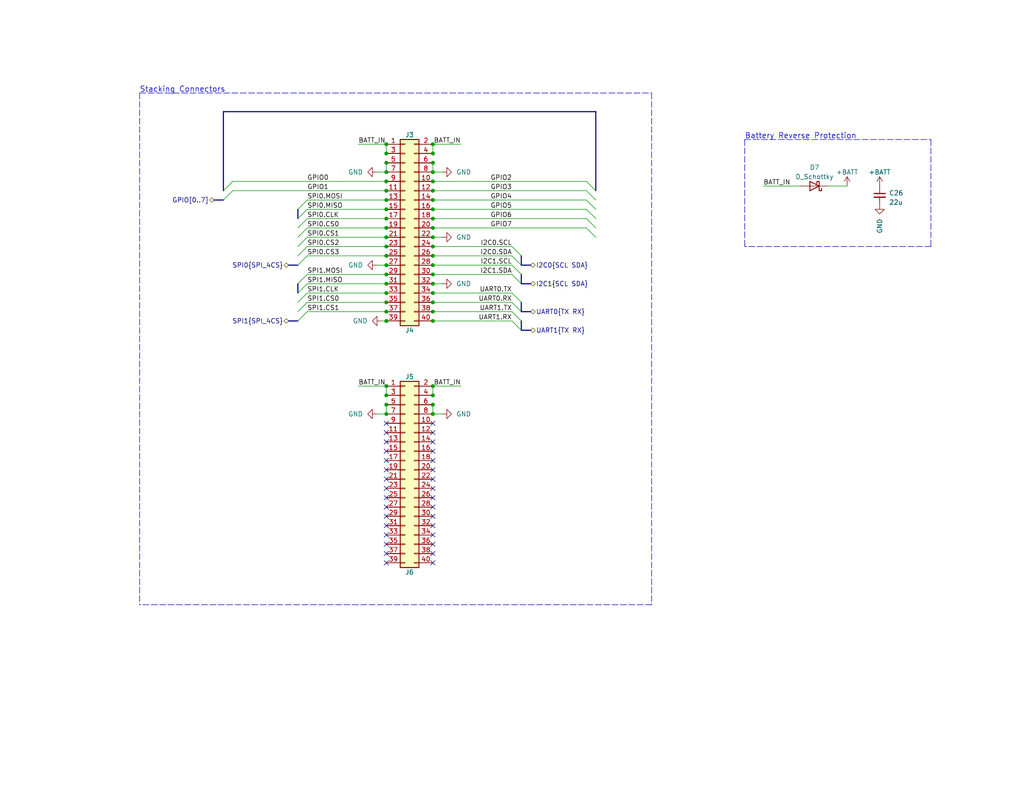
<source format=kicad_sch>
(kicad_sch (version 20210406) (generator eeschema)
  (paper "USLetter")
  (title_block (title "FlySensei Stacking Connectors") (date "2021-05-24") (rev "0.1") (company "George Mason University"))
  (lib_symbols
    (symbol "Connector_Generic:Conn_02x20_Odd_Even" (pin_names (offset 1.016) hide)
      (property "Reference" "J" (at 1.27 25.4 0))
      (property "Value" "Conn_02x20_Odd_Even" (at 1.27 -27.94 0))
      (symbol "Conn_02x20_Odd_Even_1_1"
        (rectangle (start -1.27 -25.273) (end 0 -25.527) (stroke (width 0.1524)))
        (rectangle (start -1.27 -22.733) (end 0 -22.987) (stroke (width 0.1524)))
        (rectangle (start -1.27 -20.193) (end 0 -20.447) (stroke (width 0.1524)))
        (rectangle (start -1.27 -17.653) (end 0 -17.907) (stroke (width 0.1524)))
        (rectangle (start -1.27 -15.113) (end 0 -15.367) (stroke (width 0.1524)))
        (rectangle (start -1.27 -12.573) (end 0 -12.827) (stroke (width 0.1524)))
        (rectangle (start -1.27 -10.033) (end 0 -10.287) (stroke (width 0.1524)))
        (rectangle (start -1.27 -7.493) (end 0 -7.747) (stroke (width 0.1524)))
        (rectangle (start -1.27 -4.953) (end 0 -5.207) (stroke (width 0.1524)))
        (rectangle (start -1.27 -2.413) (end 0 -2.667) (stroke (width 0.1524)))
        (rectangle (start -1.27 0.127) (end 0 -0.127) (stroke (width 0.1524)))
        (rectangle (start -1.27 2.667) (end 0 2.413) (stroke (width 0.1524)))
        (rectangle (start -1.27 5.207) (end 0 4.953) (stroke (width 0.1524)))
        (rectangle (start -1.27 7.747) (end 0 7.493) (stroke (width 0.1524)))
        (rectangle (start -1.27 10.287) (end 0 10.033) (stroke (width 0.1524)))
        (rectangle (start -1.27 12.827) (end 0 12.573) (stroke (width 0.1524)))
        (rectangle (start -1.27 15.367) (end 0 15.113) (stroke (width 0.1524)))
        (rectangle (start -1.27 17.907) (end 0 17.653) (stroke (width 0.1524)))
        (rectangle (start -1.27 20.447) (end 0 20.193) (stroke (width 0.1524)))
        (rectangle (start -1.27 22.987) (end 0 22.733) (stroke (width 0.1524)))
        (rectangle (start 3.81 -25.273) (end 2.54 -25.527) (stroke (width 0.1524)))
        (rectangle (start 3.81 -22.733) (end 2.54 -22.987) (stroke (width 0.1524)))
        (rectangle (start 3.81 -20.193) (end 2.54 -20.447) (stroke (width 0.1524)))
        (rectangle (start 3.81 -17.653) (end 2.54 -17.907) (stroke (width 0.1524)))
        (rectangle (start 3.81 -15.113) (end 2.54 -15.367) (stroke (width 0.1524)))
        (rectangle (start 3.81 -12.573) (end 2.54 -12.827) (stroke (width 0.1524)))
        (rectangle (start 3.81 -10.033) (end 2.54 -10.287) (stroke (width 0.1524)))
        (rectangle (start 3.81 -7.493) (end 2.54 -7.747) (stroke (width 0.1524)))
        (rectangle (start 3.81 -4.953) (end 2.54 -5.207) (stroke (width 0.1524)))
        (rectangle (start 3.81 -2.413) (end 2.54 -2.667) (stroke (width 0.1524)))
        (rectangle (start 3.81 0.127) (end 2.54 -0.127) (stroke (width 0.1524)))
        (rectangle (start 3.81 2.667) (end 2.54 2.413) (stroke (width 0.1524)))
        (rectangle (start 3.81 5.207) (end 2.54 4.953) (stroke (width 0.1524)))
        (rectangle (start 3.81 7.747) (end 2.54 7.493) (stroke (width 0.1524)))
        (rectangle (start 3.81 10.287) (end 2.54 10.033) (stroke (width 0.1524)))
        (rectangle (start 3.81 12.827) (end 2.54 12.573) (stroke (width 0.1524)))
        (rectangle (start 3.81 15.367) (end 2.54 15.113) (stroke (width 0.1524)))
        (rectangle (start 3.81 17.907) (end 2.54 17.653) (stroke (width 0.1524)))
        (rectangle (start 3.81 20.447) (end 2.54 20.193) (stroke (width 0.1524)))
        (rectangle (start 3.81 22.987) (end 2.54 22.733) (stroke (width 0.1524)))
        (rectangle (start -1.27 24.13) (end 3.81 -26.67) (stroke (width 0.254)) (fill (type background)))
        (pin passive line (at -5.08 22.86 0) (length 3.81) (name "Pin_1") (number "1"))
        (pin passive line (at 7.62 12.7 180) (length 3.81) (name "Pin_10") (number "10"))
        (pin passive line (at -5.08 10.16 0) (length 3.81) (name "Pin_11") (number "11"))
        (pin passive line (at 7.62 10.16 180) (length 3.81) (name "Pin_12") (number "12"))
        (pin passive line (at -5.08 7.62 0) (length 3.81) (name "Pin_13") (number "13"))
        (pin passive line (at 7.62 7.62 180) (length 3.81) (name "Pin_14") (number "14"))
        (pin passive line (at -5.08 5.08 0) (length 3.81) (name "Pin_15") (number "15"))
        (pin passive line (at 7.62 5.08 180) (length 3.81) (name "Pin_16") (number "16"))
        (pin passive line (at -5.08 2.54 0) (length 3.81) (name "Pin_17") (number "17"))
        (pin passive line (at 7.62 2.54 180) (length 3.81) (name "Pin_18") (number "18"))
        (pin passive line (at -5.08 0 0) (length 3.81) (name "Pin_19") (number "19"))
        (pin passive line (at 7.62 22.86 180) (length 3.81) (name "Pin_2") (number "2"))
        (pin passive line (at 7.62 0 180) (length 3.81) (name "Pin_20") (number "20"))
        (pin passive line (at -5.08 -2.54 0) (length 3.81) (name "Pin_21") (number "21"))
        (pin passive line (at 7.62 -2.54 180) (length 3.81) (name "Pin_22") (number "22"))
        (pin passive line (at -5.08 -5.08 0) (length 3.81) (name "Pin_23") (number "23"))
        (pin passive line (at 7.62 -5.08 180) (length 3.81) (name "Pin_24") (number "24"))
        (pin passive line (at -5.08 -7.62 0) (length 3.81) (name "Pin_25") (number "25"))
        (pin passive line (at 7.62 -7.62 180) (length 3.81) (name "Pin_26") (number "26"))
        (pin passive line (at -5.08 -10.16 0) (length 3.81) (name "Pin_27") (number "27"))
        (pin passive line (at 7.62 -10.16 180) (length 3.81) (name "Pin_28") (number "28"))
        (pin passive line (at -5.08 -12.7 0) (length 3.81) (name "Pin_29") (number "29"))
        (pin passive line (at -5.08 20.32 0) (length 3.81) (name "Pin_3") (number "3"))
        (pin passive line (at 7.62 -12.7 180) (length 3.81) (name "Pin_30") (number "30"))
        (pin passive line (at -5.08 -15.24 0) (length 3.81) (name "Pin_31") (number "31"))
        (pin passive line (at 7.62 -15.24 180) (length 3.81) (name "Pin_32") (number "32"))
        (pin passive line (at -5.08 -17.78 0) (length 3.81) (name "Pin_33") (number "33"))
        (pin passive line (at 7.62 -17.78 180) (length 3.81) (name "Pin_34") (number "34"))
        (pin passive line (at -5.08 -20.32 0) (length 3.81) (name "Pin_35") (number "35"))
        (pin passive line (at 7.62 -20.32 180) (length 3.81) (name "Pin_36") (number "36"))
        (pin passive line (at -5.08 -22.86 0) (length 3.81) (name "Pin_37") (number "37"))
        (pin passive line (at 7.62 -22.86 180) (length 3.81) (name "Pin_38") (number "38"))
        (pin passive line (at -5.08 -25.4 0) (length 3.81) (name "Pin_39") (number "39"))
        (pin passive line (at 7.62 20.32 180) (length 3.81) (name "Pin_4") (number "4"))
        (pin passive line (at 7.62 -25.4 180) (length 3.81) (name "Pin_40") (number "40"))
        (pin passive line (at -5.08 17.78 0) (length 3.81) (name "Pin_5") (number "5"))
        (pin passive line (at 7.62 17.78 180) (length 3.81) (name "Pin_6") (number "6"))
        (pin passive line (at -5.08 15.24 0) (length 3.81) (name "Pin_7") (number "7"))
        (pin passive line (at 7.62 15.24 180) (length 3.81) (name "Pin_8") (number "8"))
        (pin passive line (at -5.08 12.7 0) (length 3.81) (name "Pin_9") (number "9"))
      )
    )
    (symbol "Connector_Generic:Conn_02x20_Odd_Even_1" (pin_numbers hide) (pin_names (offset 1.016) hide)
      (property "Reference" "J" (at 1.27 25.4 0))
      (property "Value" "Conn_02x20_Odd_Even" (at 1.27 -27.94 0))
      (symbol "Conn_02x20_Odd_Even_1_1_1"
        (rectangle (start -1.27 -25.273) (end 0 -25.527) (stroke (width 0.1524)))
        (rectangle (start -1.27 -22.733) (end 0 -22.987) (stroke (width 0.1524)))
        (rectangle (start -1.27 -20.193) (end 0 -20.447) (stroke (width 0.1524)))
        (rectangle (start -1.27 -17.653) (end 0 -17.907) (stroke (width 0.1524)))
        (rectangle (start -1.27 -15.113) (end 0 -15.367) (stroke (width 0.1524)))
        (rectangle (start -1.27 -12.573) (end 0 -12.827) (stroke (width 0.1524)))
        (rectangle (start -1.27 -10.033) (end 0 -10.287) (stroke (width 0.1524)))
        (rectangle (start -1.27 -7.493) (end 0 -7.747) (stroke (width 0.1524)))
        (rectangle (start -1.27 -4.953) (end 0 -5.207) (stroke (width 0.1524)))
        (rectangle (start -1.27 -2.413) (end 0 -2.667) (stroke (width 0.1524)))
        (rectangle (start -1.27 0.127) (end 0 -0.127) (stroke (width 0.1524)))
        (rectangle (start -1.27 2.667) (end 0 2.413) (stroke (width 0.1524)))
        (rectangle (start -1.27 5.207) (end 0 4.953) (stroke (width 0.1524)))
        (rectangle (start -1.27 7.747) (end 0 7.493) (stroke (width 0.1524)))
        (rectangle (start -1.27 10.287) (end 0 10.033) (stroke (width 0.1524)))
        (rectangle (start -1.27 12.827) (end 0 12.573) (stroke (width 0.1524)))
        (rectangle (start -1.27 15.367) (end 0 15.113) (stroke (width 0.1524)))
        (rectangle (start -1.27 17.907) (end 0 17.653) (stroke (width 0.1524)))
        (rectangle (start -1.27 20.447) (end 0 20.193) (stroke (width 0.1524)))
        (rectangle (start -1.27 22.987) (end 0 22.733) (stroke (width 0.1524)))
        (rectangle (start 3.81 -25.273) (end 2.54 -25.527) (stroke (width 0.1524)))
        (rectangle (start 3.81 -22.733) (end 2.54 -22.987) (stroke (width 0.1524)))
        (rectangle (start 3.81 -20.193) (end 2.54 -20.447) (stroke (width 0.1524)))
        (rectangle (start 3.81 -17.653) (end 2.54 -17.907) (stroke (width 0.1524)))
        (rectangle (start 3.81 -15.113) (end 2.54 -15.367) (stroke (width 0.1524)))
        (rectangle (start 3.81 -12.573) (end 2.54 -12.827) (stroke (width 0.1524)))
        (rectangle (start 3.81 -10.033) (end 2.54 -10.287) (stroke (width 0.1524)))
        (rectangle (start 3.81 -7.493) (end 2.54 -7.747) (stroke (width 0.1524)))
        (rectangle (start 3.81 -4.953) (end 2.54 -5.207) (stroke (width 0.1524)))
        (rectangle (start 3.81 -2.413) (end 2.54 -2.667) (stroke (width 0.1524)))
        (rectangle (start 3.81 0.127) (end 2.54 -0.127) (stroke (width 0.1524)))
        (rectangle (start 3.81 2.667) (end 2.54 2.413) (stroke (width 0.1524)))
        (rectangle (start 3.81 5.207) (end 2.54 4.953) (stroke (width 0.1524)))
        (rectangle (start 3.81 7.747) (end 2.54 7.493) (stroke (width 0.1524)))
        (rectangle (start 3.81 10.287) (end 2.54 10.033) (stroke (width 0.1524)))
        (rectangle (start 3.81 12.827) (end 2.54 12.573) (stroke (width 0.1524)))
        (rectangle (start 3.81 15.367) (end 2.54 15.113) (stroke (width 0.1524)))
        (rectangle (start 3.81 17.907) (end 2.54 17.653) (stroke (width 0.1524)))
        (rectangle (start 3.81 20.447) (end 2.54 20.193) (stroke (width 0.1524)))
        (rectangle (start 3.81 22.987) (end 2.54 22.733) (stroke (width 0.1524)))
        (rectangle (start -1.27 24.13) (end 3.81 -26.67) (stroke (width 0.254)) (fill (type background)))
        (pin passive line (at -5.08 22.86 0) (length 3.81) (name "Pin_1") (number "1"))
        (pin passive line (at 7.62 12.7 180) (length 3.81) (name "Pin_10") (number "10"))
        (pin passive line (at -5.08 10.16 0) (length 3.81) (name "Pin_11") (number "11"))
        (pin passive line (at 7.62 10.16 180) (length 3.81) (name "Pin_12") (number "12"))
        (pin passive line (at -5.08 7.62 0) (length 3.81) (name "Pin_13") (number "13"))
        (pin passive line (at 7.62 7.62 180) (length 3.81) (name "Pin_14") (number "14"))
        (pin passive line (at -5.08 5.08 0) (length 3.81) (name "Pin_15") (number "15"))
        (pin passive line (at 7.62 5.08 180) (length 3.81) (name "Pin_16") (number "16"))
        (pin passive line (at -5.08 2.54 0) (length 3.81) (name "Pin_17") (number "17"))
        (pin passive line (at 7.62 2.54 180) (length 3.81) (name "Pin_18") (number "18"))
        (pin passive line (at -5.08 0 0) (length 3.81) (name "Pin_19") (number "19"))
        (pin passive line (at 7.62 22.86 180) (length 3.81) (name "Pin_2") (number "2"))
        (pin passive line (at 7.62 0 180) (length 3.81) (name "Pin_20") (number "20"))
        (pin passive line (at -5.08 -2.54 0) (length 3.81) (name "Pin_21") (number "21"))
        (pin passive line (at 7.62 -2.54 180) (length 3.81) (name "Pin_22") (number "22"))
        (pin passive line (at -5.08 -5.08 0) (length 3.81) (name "Pin_23") (number "23"))
        (pin passive line (at 7.62 -5.08 180) (length 3.81) (name "Pin_24") (number "24"))
        (pin passive line (at -5.08 -7.62 0) (length 3.81) (name "Pin_25") (number "25"))
        (pin passive line (at 7.62 -7.62 180) (length 3.81) (name "Pin_26") (number "26"))
        (pin passive line (at -5.08 -10.16 0) (length 3.81) (name "Pin_27") (number "27"))
        (pin passive line (at 7.62 -10.16 180) (length 3.81) (name "Pin_28") (number "28"))
        (pin passive line (at -5.08 -12.7 0) (length 3.81) (name "Pin_29") (number "29"))
        (pin passive line (at -5.08 20.32 0) (length 3.81) (name "Pin_3") (number "3"))
        (pin passive line (at 7.62 -12.7 180) (length 3.81) (name "Pin_30") (number "30"))
        (pin passive line (at -5.08 -15.24 0) (length 3.81) (name "Pin_31") (number "31"))
        (pin passive line (at 7.62 -15.24 180) (length 3.81) (name "Pin_32") (number "32"))
        (pin passive line (at -5.08 -17.78 0) (length 3.81) (name "Pin_33") (number "33"))
        (pin passive line (at 7.62 -17.78 180) (length 3.81) (name "Pin_34") (number "34"))
        (pin passive line (at -5.08 -20.32 0) (length 3.81) (name "Pin_35") (number "35"))
        (pin passive line (at 7.62 -20.32 180) (length 3.81) (name "Pin_36") (number "36"))
        (pin passive line (at -5.08 -22.86 0) (length 3.81) (name "Pin_37") (number "37"))
        (pin passive line (at 7.62 -22.86 180) (length 3.81) (name "Pin_38") (number "38"))
        (pin passive line (at -5.08 -25.4 0) (length 3.81) (name "Pin_39") (number "39"))
        (pin passive line (at 7.62 20.32 180) (length 3.81) (name "Pin_4") (number "4"))
        (pin passive line (at 7.62 -25.4 180) (length 3.81) (name "Pin_40") (number "40"))
        (pin passive line (at -5.08 17.78 0) (length 3.81) (name "Pin_5") (number "5"))
        (pin passive line (at 7.62 17.78 180) (length 3.81) (name "Pin_6") (number "6"))
        (pin passive line (at -5.08 15.24 0) (length 3.81) (name "Pin_7") (number "7"))
        (pin passive line (at 7.62 15.24 180) (length 3.81) (name "Pin_8") (number "8"))
        (pin passive line (at -5.08 12.7 0) (length 3.81) (name "Pin_9") (number "9"))
      )
    )
    (symbol "Connector_Generic:Conn_02x20_Odd_Even_2" (pin_numbers hide) (pin_names (offset 1.016) hide)
      (property "Reference" "J" (at 1.27 25.4 0))
      (property "Value" "Conn_02x20_Odd_Even" (at 1.27 -27.94 0))
      (symbol "Conn_02x20_Odd_Even_2_1_1"
        (rectangle (start -1.27 -25.273) (end 0 -25.527) (stroke (width 0.1524)))
        (rectangle (start -1.27 -22.733) (end 0 -22.987) (stroke (width 0.1524)))
        (rectangle (start -1.27 -20.193) (end 0 -20.447) (stroke (width 0.1524)))
        (rectangle (start -1.27 -17.653) (end 0 -17.907) (stroke (width 0.1524)))
        (rectangle (start -1.27 -15.113) (end 0 -15.367) (stroke (width 0.1524)))
        (rectangle (start -1.27 -12.573) (end 0 -12.827) (stroke (width 0.1524)))
        (rectangle (start -1.27 -10.033) (end 0 -10.287) (stroke (width 0.1524)))
        (rectangle (start -1.27 -7.493) (end 0 -7.747) (stroke (width 0.1524)))
        (rectangle (start -1.27 -4.953) (end 0 -5.207) (stroke (width 0.1524)))
        (rectangle (start -1.27 -2.413) (end 0 -2.667) (stroke (width 0.1524)))
        (rectangle (start -1.27 0.127) (end 0 -0.127) (stroke (width 0.1524)))
        (rectangle (start -1.27 2.667) (end 0 2.413) (stroke (width 0.1524)))
        (rectangle (start -1.27 5.207) (end 0 4.953) (stroke (width 0.1524)))
        (rectangle (start -1.27 7.747) (end 0 7.493) (stroke (width 0.1524)))
        (rectangle (start -1.27 10.287) (end 0 10.033) (stroke (width 0.1524)))
        (rectangle (start -1.27 12.827) (end 0 12.573) (stroke (width 0.1524)))
        (rectangle (start -1.27 15.367) (end 0 15.113) (stroke (width 0.1524)))
        (rectangle (start -1.27 17.907) (end 0 17.653) (stroke (width 0.1524)))
        (rectangle (start -1.27 20.447) (end 0 20.193) (stroke (width 0.1524)))
        (rectangle (start -1.27 22.987) (end 0 22.733) (stroke (width 0.1524)))
        (rectangle (start 3.81 -25.273) (end 2.54 -25.527) (stroke (width 0.1524)))
        (rectangle (start 3.81 -22.733) (end 2.54 -22.987) (stroke (width 0.1524)))
        (rectangle (start 3.81 -20.193) (end 2.54 -20.447) (stroke (width 0.1524)))
        (rectangle (start 3.81 -17.653) (end 2.54 -17.907) (stroke (width 0.1524)))
        (rectangle (start 3.81 -15.113) (end 2.54 -15.367) (stroke (width 0.1524)))
        (rectangle (start 3.81 -12.573) (end 2.54 -12.827) (stroke (width 0.1524)))
        (rectangle (start 3.81 -10.033) (end 2.54 -10.287) (stroke (width 0.1524)))
        (rectangle (start 3.81 -7.493) (end 2.54 -7.747) (stroke (width 0.1524)))
        (rectangle (start 3.81 -4.953) (end 2.54 -5.207) (stroke (width 0.1524)))
        (rectangle (start 3.81 -2.413) (end 2.54 -2.667) (stroke (width 0.1524)))
        (rectangle (start 3.81 0.127) (end 2.54 -0.127) (stroke (width 0.1524)))
        (rectangle (start 3.81 2.667) (end 2.54 2.413) (stroke (width 0.1524)))
        (rectangle (start 3.81 5.207) (end 2.54 4.953) (stroke (width 0.1524)))
        (rectangle (start 3.81 7.747) (end 2.54 7.493) (stroke (width 0.1524)))
        (rectangle (start 3.81 10.287) (end 2.54 10.033) (stroke (width 0.1524)))
        (rectangle (start 3.81 12.827) (end 2.54 12.573) (stroke (width 0.1524)))
        (rectangle (start 3.81 15.367) (end 2.54 15.113) (stroke (width 0.1524)))
        (rectangle (start 3.81 17.907) (end 2.54 17.653) (stroke (width 0.1524)))
        (rectangle (start 3.81 20.447) (end 2.54 20.193) (stroke (width 0.1524)))
        (rectangle (start 3.81 22.987) (end 2.54 22.733) (stroke (width 0.1524)))
        (rectangle (start -1.27 24.13) (end 3.81 -26.67) (stroke (width 0.254)) (fill (type background)))
        (pin passive line (at -5.08 22.86 0) (length 3.81) (name "Pin_1") (number "1"))
        (pin passive line (at 7.62 12.7 180) (length 3.81) (name "Pin_10") (number "10"))
        (pin passive line (at -5.08 10.16 0) (length 3.81) (name "Pin_11") (number "11"))
        (pin passive line (at 7.62 10.16 180) (length 3.81) (name "Pin_12") (number "12"))
        (pin passive line (at -5.08 7.62 0) (length 3.81) (name "Pin_13") (number "13"))
        (pin passive line (at 7.62 7.62 180) (length 3.81) (name "Pin_14") (number "14"))
        (pin passive line (at -5.08 5.08 0) (length 3.81) (name "Pin_15") (number "15"))
        (pin passive line (at 7.62 5.08 180) (length 3.81) (name "Pin_16") (number "16"))
        (pin passive line (at -5.08 2.54 0) (length 3.81) (name "Pin_17") (number "17"))
        (pin passive line (at 7.62 2.54 180) (length 3.81) (name "Pin_18") (number "18"))
        (pin passive line (at -5.08 0 0) (length 3.81) (name "Pin_19") (number "19"))
        (pin passive line (at 7.62 22.86 180) (length 3.81) (name "Pin_2") (number "2"))
        (pin passive line (at 7.62 0 180) (length 3.81) (name "Pin_20") (number "20"))
        (pin passive line (at -5.08 -2.54 0) (length 3.81) (name "Pin_21") (number "21"))
        (pin passive line (at 7.62 -2.54 180) (length 3.81) (name "Pin_22") (number "22"))
        (pin passive line (at -5.08 -5.08 0) (length 3.81) (name "Pin_23") (number "23"))
        (pin passive line (at 7.62 -5.08 180) (length 3.81) (name "Pin_24") (number "24"))
        (pin passive line (at -5.08 -7.62 0) (length 3.81) (name "Pin_25") (number "25"))
        (pin passive line (at 7.62 -7.62 180) (length 3.81) (name "Pin_26") (number "26"))
        (pin passive line (at -5.08 -10.16 0) (length 3.81) (name "Pin_27") (number "27"))
        (pin passive line (at 7.62 -10.16 180) (length 3.81) (name "Pin_28") (number "28"))
        (pin passive line (at -5.08 -12.7 0) (length 3.81) (name "Pin_29") (number "29"))
        (pin passive line (at -5.08 20.32 0) (length 3.81) (name "Pin_3") (number "3"))
        (pin passive line (at 7.62 -12.7 180) (length 3.81) (name "Pin_30") (number "30"))
        (pin passive line (at -5.08 -15.24 0) (length 3.81) (name "Pin_31") (number "31"))
        (pin passive line (at 7.62 -15.24 180) (length 3.81) (name "Pin_32") (number "32"))
        (pin passive line (at -5.08 -17.78 0) (length 3.81) (name "Pin_33") (number "33"))
        (pin passive line (at 7.62 -17.78 180) (length 3.81) (name "Pin_34") (number "34"))
        (pin passive line (at -5.08 -20.32 0) (length 3.81) (name "Pin_35") (number "35"))
        (pin passive line (at 7.62 -20.32 180) (length 3.81) (name "Pin_36") (number "36"))
        (pin passive line (at -5.08 -22.86 0) (length 3.81) (name "Pin_37") (number "37"))
        (pin passive line (at 7.62 -22.86 180) (length 3.81) (name "Pin_38") (number "38"))
        (pin passive line (at -5.08 -25.4 0) (length 3.81) (name "Pin_39") (number "39"))
        (pin passive line (at 7.62 20.32 180) (length 3.81) (name "Pin_4") (number "4"))
        (pin passive line (at 7.62 -25.4 180) (length 3.81) (name "Pin_40") (number "40"))
        (pin passive line (at -5.08 17.78 0) (length 3.81) (name "Pin_5") (number "5"))
        (pin passive line (at 7.62 17.78 180) (length 3.81) (name "Pin_6") (number "6"))
        (pin passive line (at -5.08 15.24 0) (length 3.81) (name "Pin_7") (number "7"))
        (pin passive line (at 7.62 15.24 180) (length 3.81) (name "Pin_8") (number "8"))
        (pin passive line (at -5.08 12.7 0) (length 3.81) (name "Pin_9") (number "9"))
      )
    )
    (symbol "Device:C_Small" (pin_numbers hide) (pin_names (offset 0.254) hide)
      (property "Reference" "C" (at 0.254 1.778 0))
      (property "Value" "C_Small" (at 0.254 -2.032 0))
      (symbol "C_Small_0_1"
        (polyline (pts (xy -1.524 -0.508) (xy 1.524 -0.508)) (stroke (width 0.3302)))
        (polyline (pts (xy -1.524 0.508) (xy 1.524 0.508)) (stroke (width 0.3048)))
      )
      (symbol "C_Small_1_1"
        (pin passive line (at 0 2.54 270) (length 2.032) (name "~") (number "1"))
        (pin passive line (at 0 -2.54 90) (length 2.032) (name "~") (number "2"))
      )
    )
    (symbol "Device:D_Schottky" (pin_numbers hide) (pin_names (offset 1.016) hide)
      (property "Reference" "D" (at 0 2.54 0))
      (property "Value" "D_Schottky" (at 0 -2.54 0))
      (symbol "D_Schottky_0_1"
        (polyline (pts (xy 1.27 0) (xy -1.27 0)))
        (polyline (pts (xy 1.27 1.27) (xy 1.27 -1.27) (xy -1.27 0) (xy 1.27 1.27)) (stroke (width 0.254)))
        (polyline (pts (xy -1.905 0.635) (xy -1.905 1.27) (xy -1.27 1.27) (xy -1.27 -1.27) (xy -0.635 -1.27) (xy -0.635 -0.635)) (stroke (width 0.254)))
      )
      (symbol "D_Schottky_1_1"
        (pin passive line (at -3.81 0 0) (length 2.54) (name "K") (number "1"))
        (pin passive line (at 3.81 0 180) (length 2.54) (name "A") (number "2"))
      )
    )
    (symbol "power:+BATT" (power) (pin_names (offset 0))
      (property "Value" "+BATT" (at 0 3.556 0))
      (symbol "+BATT_0_1"
        (polyline (pts (xy -0.762 1.27) (xy 0 2.54)))
        (polyline (pts (xy 0 0) (xy 0 2.54)))
        (polyline (pts (xy 0 2.54) (xy 0.762 1.27)))
      )
      (symbol "+BATT_1_1"
        (pin power_in line (at 0 0 90) (length 0) hide (name "+BATT") (number "1"))
      )
    )
    (symbol "power:GND" (power) (pin_names (offset 0))
      (property "Value" "GND" (at 0 -3.81 0))
      (symbol "GND_0_1"
        (polyline (pts (xy 0 0) (xy 0 -1.27) (xy 1.27 -1.27) (xy 0 -2.54) (xy -1.27 -1.27) (xy 0 -1.27)))
      )
      (symbol "GND_1_1"
        (pin power_in line (at 0 0 270) (length 0) hide (name "GND") (number "1"))
      )
    )
  )
  (junction (at 105.41 39.37) (diameter 0.9144))
  (junction (at 105.41 41.91) (diameter 0.9144))
  (junction (at 105.41 44.45) (diameter 0.9144))
  (junction (at 105.41 46.99) (diameter 0.9144))
  (junction (at 105.41 49.53) (diameter 0.9144))
  (junction (at 105.41 52.07) (diameter 0.9144))
  (junction (at 105.41 54.61) (diameter 0.9144))
  (junction (at 105.41 57.15) (diameter 0.9144))
  (junction (at 105.41 59.69) (diameter 0.9144))
  (junction (at 105.41 62.23) (diameter 0.9144))
  (junction (at 105.41 64.77) (diameter 0.9144))
  (junction (at 105.41 67.31) (diameter 0.9144))
  (junction (at 105.41 69.85) (diameter 0.9144))
  (junction (at 105.41 72.39) (diameter 0.9144))
  (junction (at 105.41 74.93) (diameter 0.9144))
  (junction (at 105.41 77.47) (diameter 0.9144))
  (junction (at 105.41 80.01) (diameter 0.9144))
  (junction (at 105.41 82.55) (diameter 0.9144))
  (junction (at 105.41 85.09) (diameter 0.9144))
  (junction (at 105.41 87.63) (diameter 0.9144))
  (junction (at 105.41 105.41) (diameter 0.9144))
  (junction (at 105.41 107.95) (diameter 0.9144))
  (junction (at 105.41 110.49) (diameter 0.9144))
  (junction (at 105.41 113.03) (diameter 0.9144))
  (junction (at 118.11 39.37) (diameter 0.9144))
  (junction (at 118.11 41.91) (diameter 0.9144))
  (junction (at 118.11 44.45) (diameter 0.9144))
  (junction (at 118.11 46.99) (diameter 0.9144))
  (junction (at 118.11 49.53) (diameter 0.9144))
  (junction (at 118.11 52.07) (diameter 0.9144))
  (junction (at 118.11 54.61) (diameter 0.9144))
  (junction (at 118.11 57.15) (diameter 0.9144))
  (junction (at 118.11 59.69) (diameter 0.9144))
  (junction (at 118.11 62.23) (diameter 0.9144))
  (junction (at 118.11 64.77) (diameter 0.9144))
  (junction (at 118.11 67.31) (diameter 0.9144))
  (junction (at 118.11 69.85) (diameter 0.9144))
  (junction (at 118.11 72.39) (diameter 0.9144))
  (junction (at 118.11 74.93) (diameter 0.9144))
  (junction (at 118.11 77.47) (diameter 0.9144))
  (junction (at 118.11 80.01) (diameter 0.9144))
  (junction (at 118.11 82.55) (diameter 0.9144))
  (junction (at 118.11 85.09) (diameter 0.9144))
  (junction (at 118.11 87.63) (diameter 0.9144))
  (junction (at 118.11 105.41) (diameter 0.9144))
  (junction (at 118.11 107.95) (diameter 0.9144))
  (junction (at 118.11 110.49) (diameter 0.9144))
  (junction (at 118.11 113.03) (diameter 0.9144))
  (no_connect (at 105.41 115.57))
  (no_connect (at 105.41 118.11))
  (no_connect (at 105.41 120.65))
  (no_connect (at 105.41 123.19))
  (no_connect (at 105.41 125.73))
  (no_connect (at 105.41 128.27))
  (no_connect (at 105.41 130.81))
  (no_connect (at 105.41 133.35))
  (no_connect (at 105.41 135.89))
  (no_connect (at 105.41 138.43))
  (no_connect (at 105.41 140.97))
  (no_connect (at 105.41 143.51))
  (no_connect (at 105.41 146.05))
  (no_connect (at 105.41 148.59))
  (no_connect (at 105.41 151.13))
  (no_connect (at 105.41 153.67))
  (no_connect (at 118.11 115.57))
  (no_connect (at 118.11 118.11))
  (no_connect (at 118.11 120.65))
  (no_connect (at 118.11 123.19))
  (no_connect (at 118.11 125.73))
  (no_connect (at 118.11 128.27))
  (no_connect (at 118.11 130.81))
  (no_connect (at 118.11 133.35))
  (no_connect (at 118.11 135.89))
  (no_connect (at 118.11 138.43))
  (no_connect (at 118.11 140.97))
  (no_connect (at 118.11 143.51))
  (no_connect (at 118.11 146.05))
  (no_connect (at 118.11 148.59))
  (no_connect (at 118.11 151.13))
  (no_connect (at 118.11 153.67))
  (bus_entry (at 60.96 52.07) (size 2.54 -2.54) (stroke (width 0.1524)))
  (bus_entry (at 60.96 54.61) (size 2.54 -2.54) (stroke (width 0.1524)))
  (bus_entry (at 81.28 57.15) (size 2.54 -2.54) (stroke (width 0.1524)))
  (bus_entry (at 81.28 59.69) (size 2.54 -2.54) (stroke (width 0.1524)))
  (bus_entry (at 81.28 62.23) (size 2.54 -2.54) (stroke (width 0.1524)))
  (bus_entry (at 81.28 64.77) (size 2.54 -2.54) (stroke (width 0.1524)))
  (bus_entry (at 81.28 67.31) (size 2.54 -2.54) (stroke (width 0.1524)))
  (bus_entry (at 81.28 69.85) (size 2.54 -2.54) (stroke (width 0.1524)))
  (bus_entry (at 81.28 72.39) (size 2.54 -2.54) (stroke (width 0.1524)))
  (bus_entry (at 81.28 77.47) (size 2.54 -2.54) (stroke (width 0.1524)))
  (bus_entry (at 81.28 80.01) (size 2.54 -2.54) (stroke (width 0.1524)))
  (bus_entry (at 81.28 82.55) (size 2.54 -2.54) (stroke (width 0.1524)))
  (bus_entry (at 81.28 85.09) (size 2.54 -2.54) (stroke (width 0.1524)))
  (bus_entry (at 81.28 87.63) (size 2.54 -2.54) (stroke (width 0.1524)))
  (bus_entry (at 142.24 69.85) (size -2.54 -2.54) (stroke (width 0.1524)))
  (bus_entry (at 142.24 72.39) (size -2.54 -2.54) (stroke (width 0.1524)))
  (bus_entry (at 142.24 74.93) (size -2.54 -2.54) (stroke (width 0.1524)))
  (bus_entry (at 142.24 77.47) (size -2.54 -2.54) (stroke (width 0.1524)))
  (bus_entry (at 142.24 82.55) (size -2.54 -2.54) (stroke (width 0.1524)))
  (bus_entry (at 142.24 85.09) (size -2.54 -2.54) (stroke (width 0.1524)))
  (bus_entry (at 142.24 87.63) (size -2.54 -2.54) (stroke (width 0.1524)))
  (bus_entry (at 142.24 90.17) (size -2.54 -2.54) (stroke (width 0.1524)))
  (bus_entry (at 162.56 52.07) (size -2.54 -2.54) (stroke (width 0.1524)))
  (bus_entry (at 162.56 54.61) (size -2.54 -2.54) (stroke (width 0.1524)))
  (bus_entry (at 162.56 57.15) (size -2.54 -2.54) (stroke (width 0.1524)))
  (bus_entry (at 162.56 59.69) (size -2.54 -2.54) (stroke (width 0.1524)))
  (bus_entry (at 162.56 62.23) (size -2.54 -2.54) (stroke (width 0.1524)))
  (bus_entry (at 162.56 64.77) (size -2.54 -2.54) (stroke (width 0.1524)))
  (wire (pts (xy 63.5 49.53) (xy 105.41 49.53)))
  (wire (pts (xy 63.5 52.07) (xy 105.41 52.07)))
  (wire (pts (xy 83.82 54.61) (xy 105.41 54.61)))
  (wire (pts (xy 83.82 57.15) (xy 105.41 57.15)))
  (wire (pts (xy 83.82 59.69) (xy 105.41 59.69)))
  (wire (pts (xy 83.82 62.23) (xy 105.41 62.23)))
  (wire (pts (xy 83.82 64.77) (xy 105.41 64.77)))
  (wire (pts (xy 83.82 67.31) (xy 105.41 67.31)))
  (wire (pts (xy 83.82 69.85) (xy 105.41 69.85)))
  (wire (pts (xy 83.82 74.93) (xy 105.41 74.93)))
  (wire (pts (xy 83.82 77.47) (xy 105.41 77.47)))
  (wire (pts (xy 83.82 80.01) (xy 105.41 80.01)))
  (wire (pts (xy 83.82 82.55) (xy 105.41 82.55)))
  (wire (pts (xy 83.82 85.09) (xy 105.41 85.09)))
  (wire (pts (xy 97.79 39.37) (xy 105.41 39.37)))
  (wire (pts (xy 97.79 105.41) (xy 105.41 105.41)))
  (wire (pts (xy 102.87 46.99) (xy 105.41 46.99)))
  (wire (pts (xy 102.87 72.39) (xy 105.41 72.39)))
  (wire (pts (xy 102.87 113.03) (xy 105.41 113.03)))
  (wire (pts (xy 104.14 87.63) (xy 105.41 87.63)))
  (wire (pts (xy 105.41 39.37) (xy 105.41 41.91)))
  (wire (pts (xy 105.41 44.45) (xy 105.41 46.99)))
  (wire (pts (xy 105.41 105.41) (xy 105.41 107.95)))
  (wire (pts (xy 105.41 110.49) (xy 105.41 113.03)))
  (wire (pts (xy 118.11 39.37) (xy 118.11 41.91)))
  (wire (pts (xy 118.11 44.45) (xy 118.11 46.99)))
  (wire (pts (xy 118.11 46.99) (xy 120.65 46.99)))
  (wire (pts (xy 118.11 64.77) (xy 120.65 64.77)))
  (wire (pts (xy 118.11 77.47) (xy 120.65 77.47)))
  (wire (pts (xy 118.11 105.41) (xy 118.11 107.95)))
  (wire (pts (xy 118.11 110.49) (xy 118.11 113.03)))
  (wire (pts (xy 118.11 113.03) (xy 120.65 113.03)))
  (wire (pts (xy 125.73 39.37) (xy 118.11 39.37)))
  (wire (pts (xy 125.73 105.41) (xy 118.11 105.41)))
  (wire (pts (xy 139.7 67.31) (xy 118.11 67.31)))
  (wire (pts (xy 139.7 69.85) (xy 118.11 69.85)))
  (wire (pts (xy 139.7 72.39) (xy 118.11 72.39)))
  (wire (pts (xy 139.7 74.93) (xy 118.11 74.93)))
  (wire (pts (xy 139.7 80.01) (xy 118.11 80.01)))
  (wire (pts (xy 139.7 82.55) (xy 118.11 82.55)))
  (wire (pts (xy 139.7 85.09) (xy 118.11 85.09)))
  (wire (pts (xy 139.7 87.63) (xy 118.11 87.63)))
  (wire (pts (xy 160.02 49.53) (xy 118.11 49.53)))
  (wire (pts (xy 160.02 52.07) (xy 118.11 52.07)))
  (wire (pts (xy 160.02 54.61) (xy 118.11 54.61)))
  (wire (pts (xy 160.02 57.15) (xy 118.11 57.15)))
  (wire (pts (xy 160.02 59.69) (xy 118.11 59.69)))
  (wire (pts (xy 160.02 62.23) (xy 118.11 62.23)))
  (wire (pts (xy 208.28 50.8) (xy 218.44 50.8)))
  (wire (pts (xy 226.06 50.8) (xy 231.14 50.8)))
  (bus (pts (xy 58.42 54.61) (xy 60.96 54.61)))
  (bus (pts (xy 60.96 30.48) (xy 60.96 54.61)))
  (bus (pts (xy 60.96 30.48) (xy 162.56 30.48)))
  (bus (pts (xy 78.74 72.39) (xy 81.28 72.39)))
  (bus (pts (xy 78.74 87.63) (xy 81.28 87.63)))
  (bus (pts (xy 81.28 57.15) (xy 81.28 72.39)))
  (bus (pts (xy 81.28 77.47) (xy 81.28 87.63)))
  (bus (pts (xy 142.24 69.85) (xy 142.24 72.39)))
  (bus (pts (xy 142.24 74.93) (xy 142.24 77.47)))
  (bus (pts (xy 142.24 82.55) (xy 142.24 85.09)))
  (bus (pts (xy 142.24 87.63) (xy 142.24 90.17)))
  (bus (pts (xy 144.78 72.39) (xy 142.24 72.39)))
  (bus (pts (xy 144.78 77.47) (xy 142.24 77.47)))
  (bus (pts (xy 144.78 85.09) (xy 142.24 85.09)))
  (bus (pts (xy 144.78 90.17) (xy 142.24 90.17)))
  (bus (pts (xy 162.56 30.48) (xy 162.56 64.77)))
  (polyline (pts (xy 38.1 25.4) (xy 38.1 165.1)) (stroke (width 0) (type dash)))
  (polyline (pts (xy 38.1 25.4) (xy 177.8 25.4)) (stroke (width 0) (type dash)))
  (polyline (pts (xy 177.8 25.4) (xy 177.8 165.1)) (stroke (width 0) (type dash)))
  (polyline (pts (xy 177.8 165.1) (xy 38.1 165.1)) (stroke (width 0) (type dash)))
  (polyline (pts (xy 203.2 38.1) (xy 203.2 67.31)) (stroke (width 0) (type dash)))
  (polyline (pts (xy 203.2 38.1) (xy 254 38.1)) (stroke (width 0) (type dash)))
  (polyline (pts (xy 254 38.1) (xy 254 67.31)) (stroke (width 0) (type dash)))
  (polyline (pts (xy 254 67.31) (xy 203.2 67.31)) (stroke (width 0) (type dash)))
  (text "Stacking Connectors" (at 38.1 25.4 0) (effects (font (size 1.5 1.5)) (justify left bottom)))
  (text "Battery Reverse Protection" (at 203.2 38.1 0) (effects (font (size 1.5 1.5)) (justify left bottom)))
  (label "GPIO0" (at 83.82 49.53 0))
  (label "GPIO1" (at 83.82 52.07 0))
  (label "SPI0.MOSI" (at 83.82 54.61 0))
  (label "SPI0.MISO" (at 83.82 57.15 0))
  (label "SPI0.CLK" (at 83.82 59.69 0))
  (label "SPI0.CS0" (at 83.82 62.23 0))
  (label "SPI0.CS1" (at 83.82 64.77 0))
  (label "SPI0.CS2" (at 83.82 67.31 0))
  (label "SPI0.CS3" (at 83.82 69.85 0))
  (label "SPI1.MOSI" (at 83.82 74.93 0))
  (label "SPI1.MISO" (at 83.82 77.47 0))
  (label "SPI1.CLK" (at 83.82 80.01 0))
  (label "SPI1.CS0" (at 83.82 82.55 0))
  (label "SPI1.CS1" (at 83.82 85.09 0))
  (label "BATT_IN" (at 97.79 39.37 0))
  (label "BATT_IN" (at 97.79 105.41 0))
  (label "BATT_IN" (at 125.73 39.37 180))
  (label "BATT_IN" (at 125.73 105.41 180))
  (label "GPIO2" (at 139.7 49.53 180))
  (label "GPIO3" (at 139.7 52.07 180))
  (label "GPIO4" (at 139.7 54.61 180))
  (label "GPIO5" (at 139.7 57.15 180))
  (label "GPIO6" (at 139.7 59.69 180))
  (label "GPIO7" (at 139.7 62.23 180))
  (label "I2C0.SCL" (at 139.7 67.31 180))
  (label "I2C0.SDA" (at 139.7 69.85 180))
  (label "I2C1.SCL" (at 139.7 72.39 180))
  (label "I2C1.SDA" (at 139.7 74.93 180))
  (label "UART0.TX" (at 139.7 80.01 180))
  (label "UART0.RX" (at 139.7 82.55 180))
  (label "UART1.TX" (at 139.7 85.09 180))
  (label "UART1.RX" (at 139.7 87.63 180))
  (label "BATT_IN" (at 208.28 50.8 0))
  (hierarchical_label "GPIO[0..7]" (shape bidirectional) (at 58.42 54.61 180))
  (hierarchical_label "SPI0{SPI_4CS}" (shape bidirectional) (at 78.74 72.39 180))
  (hierarchical_label "SPI1{SPI_4CS}" (shape bidirectional) (at 78.74 87.63 180))
  (hierarchical_label "I2C0{SCL SDA}" (shape bidirectional) (at 144.78 72.39 0))
  (hierarchical_label "I2C1{SCL SDA}" (shape bidirectional) (at 144.78 77.47 0))
  (hierarchical_label "UART0{TX RX}" (shape bidirectional) (at 144.78 85.09 0))
  (hierarchical_label "UART1{TX RX}" (shape bidirectional) (at 144.78 90.17 0))
  (symbol (lib_id "power:+BATT") (at 231.14 50.8 0) (unit 1)
    (property "Reference" "#PWR0171" (effects hide))
    (property "Value" "+BATT" (at 231.14 46.99 0))
  )
  (symbol (lib_id "power:+BATT") (at 240.03 50.8 0) (unit 1)
    (property "Reference" "#PWR0172" (effects hide))
    (property "Value" "+BATT" (at 240.03 46.99 0))
  )
  (symbol (lib_id "power:GND") (at 102.87 46.99 270) (unit 1)
    (property "Reference" "#PWR0170" (effects hide))
    (property "Value" "GND" (at 99.06 46.9899 90) (effects (justify right)))
  )
  (symbol (lib_id "power:GND") (at 102.87 72.39 270) (unit 1)
    (property "Reference" "#PWR0169" (effects hide))
    (property "Value" "GND" (at 99.06 72.3899 90) (effects (justify right)))
  )
  (symbol (lib_id "power:GND") (at 102.87 113.03 270) (unit 1)
    (property "Reference" "#PWR0190" (effects hide))
    (property "Value" "GND" (at 99.06 113.0299 90) (effects (justify right)))
  )
  (symbol (lib_id "power:GND") (at 104.14 87.63 270) (unit 1)
    (property "Reference" "#PWR0168" (effects hide))
    (property "Value" "GND" (at 100.33 87.6299 90) (effects (justify right)))
  )
  (symbol (lib_id "power:GND") (at 120.65 46.99 90) (mirror x) (unit 1)
    (property "Reference" "#PWR0166" (effects hide))
    (property "Value" "GND" (at 124.46 46.9899 90) (effects (justify right)))
  )
  (symbol (lib_id "power:GND") (at 120.65 64.77 90) (mirror x) (unit 1)
    (property "Reference" "#PWR0165" (effects hide))
    (property "Value" "GND" (at 124.46 64.7699 90) (effects (justify right)))
  )
  (symbol (lib_id "power:GND") (at 120.65 77.47 90) (mirror x) (unit 1)
    (property "Reference" "#PWR0167" (effects hide))
    (property "Value" "GND" (at 124.46 77.4699 90) (effects (justify right)))
  )
  (symbol (lib_id "power:GND") (at 120.65 113.03 90) (mirror x) (unit 1)
    (property "Reference" "#PWR0191" (effects hide))
    (property "Value" "GND" (at 124.46 113.0299 90) (effects (justify right)))
  )
  (symbol (lib_id "power:GND") (at 240.03 55.88 0) (unit 1)
    (property "Reference" "#PWR0173" (effects hide))
    (property "Value" "GND" (at 240.0299 59.69 90) (effects (justify right)))
  )
  (symbol (lib_id "Device:C_Small") (at 240.03 53.34 0) (unit 1)
    (property "Reference" "C26" (at 242.57 52.7049 0) (effects (justify left)))
    (property "Value" "22u" (at 242.57 55.2449 0) (effects (justify left)))
    (property "Footprint" "Capacitor_SMD:C_0805_2012Metric" (effects hide))
  )
  (symbol (lib_id "Device:D_Schottky") (at 222.25 50.8 180) (unit 1)
    (property "Reference" "D7" (at 222.25 45.72 0))
    (property "Value" "D_Schottky" (at 222.25 48.26 0))
    (property "Footprint" "Diode_SMD:D_SMB" (effects hide))
  )
  (symbol (lib_id "Connector_Generic:Conn_02x20_Odd_Even") (at 110.49 62.23 0) (unit 1)
    (property "Reference" "J3" (at 111.76 36.83 0))
    (property "Value" "Conn_02x20_Odd_Even_Male" (effects hide))
    (property "Footprint" "Connector_PinHeader_1.27mm:PinHeader_2x20_P1.27mm_Vertical_SMD" (effects hide))
  )
  (symbol (lib_id "Connector_Generic:Conn_02x20_Odd_Even") (at 110.49 128.27 0) (unit 1)
    (property "Reference" "J5" (at 111.76 102.87 0))
    (property "Value" "Conn_02x20_Odd_Even_Male" (effects hide))
    (property "Footprint" "Connector_PinHeader_1.27mm:PinHeader_2x20_P1.27mm_Vertical_SMD" (effects hide))
  )
  (symbol (lib_name "Connector_Generic:Conn_02x20_Odd_Even_2") (lib_id "Connector_Generic:Conn_02x20_Odd_Even") (at 113.03 62.23 0) (mirror y) (unit 1)
    (property "Reference" "J4" (at 111.76 90.17 0))
    (property "Value" "Conn_02x20_Odd_Even_Female" (effects hide))
    (property "Footprint" "Connector_PinHeader_1.27mm:PinHeader_2x20_P1.27mm_Vertical_SMD" (effects hide))
  )
  (symbol (lib_name "Connector_Generic:Conn_02x20_Odd_Even_1") (lib_id "Connector_Generic:Conn_02x20_Odd_Even") (at 113.03 128.27 0) (mirror y) (unit 1)
    (property "Reference" "J6" (at 111.76 156.21 0))
    (property "Value" "Conn_02x20_Odd_Even_Female" (effects hide))
    (property "Footprint" "Connector_PinHeader_1.27mm:PinHeader_2x20_P1.27mm_Vertical_SMD" (effects hide))
  )
)
</source>
